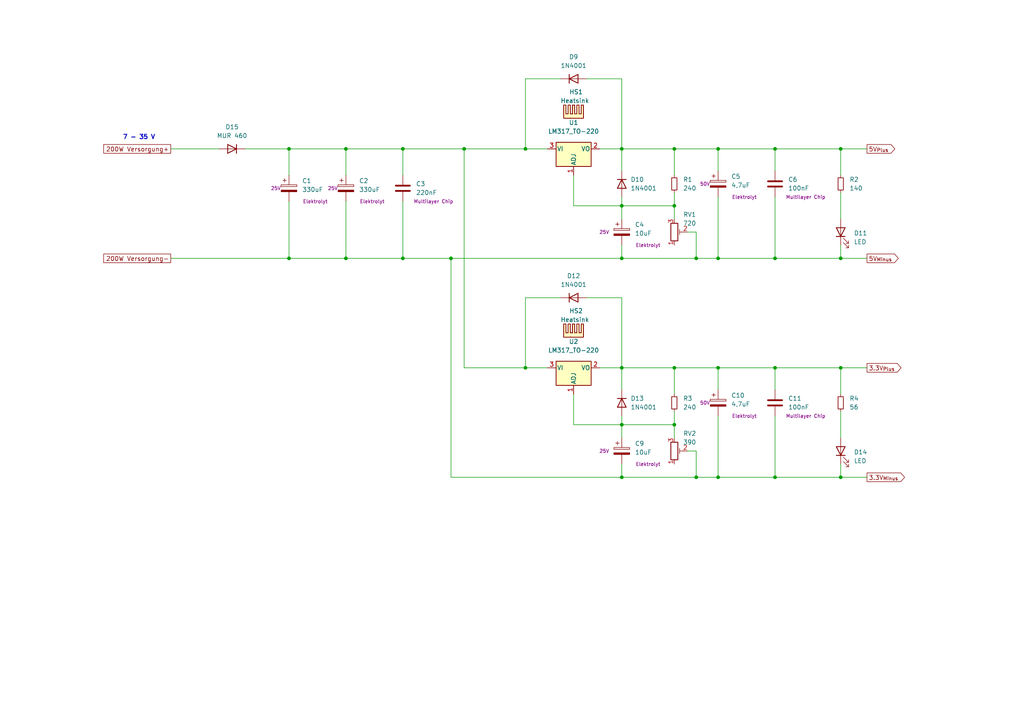
<source format=kicad_sch>
(kicad_sch (version 20230121) (generator eeschema)
  (paper "A4")
  (title_block (title "Versorgung Steuerplatine") (date "2023-06-27") (rev "1.1"))
  (lib_symbols
    (symbol "Device:C" (pin_numbers hide) (pin_names (offset 0.254))
      (property "Reference" "C" (at 0.635 2.54 0))
      (property "Value" "C" (at 0.635 -2.54 0))
      (symbol "C_0_1"
        (polyline (pts (xy -2.032 -0.762) (xy 2.032 -0.762)) (stroke (width 0.508)))
        (polyline (pts (xy -2.032 0.762) (xy 2.032 0.762)) (stroke (width 0.508)))
      )
      (symbol "C_1_1"
        (pin passive line (at 0 3.81 270) (length 2.794) (name "~") (number "1"))
        (pin passive line (at 0 -3.81 90) (length 2.794) (name "~") (number "2"))
      )
    )
    (symbol "Device:C_Polarized" (pin_numbers hide) (pin_names (offset 0.254))
      (property "Reference" "C" (at 0.635 2.54 0))
      (property "Value" "C_Polarized" (at 0.635 -2.54 0))
      (symbol "C_Polarized_0_1"
        (rectangle (start -2.286 0.508) (end 2.286 1.016))
        (polyline (pts (xy -1.778 2.286) (xy -0.762 2.286)))
        (polyline (pts (xy -1.27 2.794) (xy -1.27 1.778)))
        (rectangle (start 2.286 -0.508) (end -2.286 -1.016) (fill (type outline)))
      )
      (symbol "C_Polarized_1_1"
        (pin passive line (at 0 3.81 270) (length 2.794) (name "~") (number "1"))
        (pin passive line (at 0 -3.81 90) (length 2.794) (name "~") (number "2"))
      )
    )
    (symbol "Device:LED" (pin_numbers hide) (pin_names (offset 1.016) hide)
      (property "Reference" "D" (at 0 2.54 0))
      (property "Value" "LED" (at 0 -2.54 0))
      (symbol "LED_0_1"
        (polyline (pts (xy -1.27 -1.27) (xy -1.27 1.27)) (stroke (width 0.254)))
        (polyline (pts (xy -1.27 0) (xy 1.27 0)))
        (polyline (pts (xy 1.27 -1.27) (xy 1.27 1.27) (xy -1.27 0) (xy 1.27 -1.27)) (stroke (width 0.254)))
        (polyline (pts (xy -3.048 -0.762) (xy -4.572 -2.286) (xy -3.81 -2.286) (xy -4.572 -2.286) (xy -4.572 -1.524)))
        (polyline (pts (xy -1.778 -0.762) (xy -3.302 -2.286) (xy -2.54 -2.286) (xy -3.302 -2.286) (xy -3.302 -1.524)))
      )
      (symbol "LED_1_1"
        (pin passive line (at -3.81 0 0) (length 2.54) (name "K") (number "1"))
        (pin passive line (at 3.81 0 180) (length 2.54) (name "A") (number "2"))
      )
    )
    (symbol "Device:R_Potentiometer_Trim" (pin_names (offset 1.016) hide)
      (property "Reference" "RV" (at -4.445 0 90))
      (property "Value" "R_Potentiometer_Trim" (at -2.54 0 90))
      (symbol "R_Potentiometer_Trim_0_1"
        (polyline (pts (xy 1.524 0.762) (xy 1.524 -0.762)))
        (polyline (pts (xy 2.54 0) (xy 1.524 0)))
        (rectangle (start 1.016 2.54) (end -1.016 -2.54) (stroke (width 0.254)))
      )
      (symbol "R_Potentiometer_Trim_1_1"
        (pin passive line (at 0 3.81 270) (length 1.27) (name "1") (number "1"))
        (pin passive line (at 3.81 0 180) (length 1.27) (name "2") (number "2"))
        (pin passive line (at 0 -3.81 90) (length 1.27) (name "3") (number "3"))
      )
    )
    (symbol "Device:R_Small" (pin_numbers hide) (pin_names (offset 0.254) hide)
      (property "Reference" "R" (at 0.762 0.508 0))
      (property "Value" "R_Small" (at 0.762 -1.016 0))
      (symbol "R_Small_0_1"
        (rectangle (start -0.762 1.778) (end 0.762 -1.778) (stroke (width 0.2032)))
      )
      (symbol "R_Small_1_1"
        (pin passive line (at 0 2.54 270) (length 0.762) (name "~") (number "1"))
        (pin passive line (at 0 -2.54 90) (length 0.762) (name "~") (number "2"))
      )
    )
    (symbol "Diode:1N4002" (pin_numbers hide) (pin_names hide)
      (property "Reference" "D" (at 0 2.54 0))
      (property "Value" "1N4002" (at 0 -2.54 0))
      (symbol "1N4002_0_1"
        (polyline (pts (xy -1.27 1.27) (xy -1.27 -1.27)) (stroke (width 0.254)))
        (polyline (pts (xy 1.27 0) (xy -1.27 0)))
        (polyline (pts (xy 1.27 1.27) (xy 1.27 -1.27) (xy -1.27 0) (xy 1.27 1.27)) (stroke (width 0.254)))
      )
      (symbol "1N4002_1_1"
        (pin passive line (at -3.81 0 0) (length 2.54) (name "K") (number "1"))
        (pin passive line (at 3.81 0 180) (length 2.54) (name "A") (number "2"))
      )
    )
    (symbol "Mechanical:Heatsink" (pin_names (offset 1.016))
      (property "Reference" "HS" (at 0 5.08 0))
      (property "Value" "Heatsink" (at 0 -1.27 0))
      (symbol "Heatsink_0_1"
        (polyline (pts (xy -0.3302 1.27) (xy -0.9652 1.27) (xy -0.9652 3.81) (xy -1.6002 3.81) (xy -1.6002 1.27) (xy -2.2352 1.27) (xy -2.2352 3.81) (xy -2.8702 3.81) (xy -2.8702 0) (xy -0.9652 0)) (stroke (width 0.254)) (fill (type background)))
        (polyline (pts (xy -0.3302 1.27) (xy -0.3302 3.81) (xy 0.3048 3.81) (xy 0.3048 1.27) (xy 0.9398 1.27) (xy 0.9398 3.81) (xy 1.5748 3.81) (xy 1.5748 1.27) (xy 2.2098 1.27) (xy 2.2098 3.81) (xy 2.8448 3.81) (xy 2.8448 0) (xy -0.9652 0)) (stroke (width 0.254)) (fill (type background)))
      )
    )
    (symbol "Regulator_Linear:LM317_TO-220" (pin_names (offset 0.254))
      (property "Reference" "U" (at -3.81 3.175 0))
      (property "Value" "LM317_TO-220" (at 0 3.175 0))
      (symbol "LM317_TO-220_0_1"
        (rectangle (start -5.08 1.905) (end 5.08 -5.08) (stroke (width 0.254)) (fill (type background)))
      )
      (symbol "LM317_TO-220_1_1"
        (pin input line (at 0 -7.62 90) (length 2.54) (name "ADJ") (number "1"))
        (pin power_out line (at 7.62 0 180) (length 2.54) (name "VO") (number "2"))
        (pin power_in line (at -7.62 0 0) (length 2.54) (name "VI") (number "3"))
      )
    )
  )
  (junction (at 130.81 74.93))
  (junction (at 243.84 106.68))
  (junction (at 201.93 138.43))
  (junction (at 180.34 74.93))
  (junction (at 224.79 43.18))
  (junction (at 116.84 74.93))
  (junction (at 180.34 43.18))
  (junction (at 83.82 43.18))
  (junction (at 116.84 43.18))
  (junction (at 180.34 123.19))
  (junction (at 208.28 138.43))
  (junction (at 100.33 74.93))
  (junction (at 195.58 43.18))
  (junction (at 195.58 59.69))
  (junction (at 224.79 106.68))
  (junction (at 243.84 43.18))
  (junction (at 180.34 106.68))
  (junction (at 243.84 138.43))
  (junction (at 195.58 106.68))
  (junction (at 208.28 74.93))
  (junction (at 152.4 106.68))
  (junction (at 83.82 74.93))
  (junction (at 180.34 138.43))
  (junction (at 208.28 106.68))
  (junction (at 180.34 59.69))
  (junction (at 201.93 74.93))
  (junction (at 195.58 123.19))
  (junction (at 243.84 74.93))
  (junction (at 208.28 43.18))
  (junction (at 134.62 43.18))
  (junction (at 224.79 74.93))
  (junction (at 224.79 138.43))
  (junction (at 100.33 43.18))
  (junction (at 152.4 43.18))
  (wire (pts (xy 152.4 106.68) (xy 134.62 106.68)))
  (wire (pts (xy 224.79 49.53) (xy 224.79 43.18)))
  (wire (pts (xy 180.34 59.69) (xy 195.58 59.69)))
  (wire (pts (xy 208.28 113.03) (xy 208.28 106.68)))
  (wire (pts (xy 116.84 58.42) (xy 116.84 74.93)))
  (wire (pts (xy 195.58 50.8) (xy 195.58 43.18)))
  (wire (pts (xy 195.58 123.19) (xy 195.58 127)))
  (wire (pts (xy 243.84 50.8) (xy 243.84 43.18)))
  (wire (pts (xy 71.12 43.18) (xy 83.82 43.18)))
  (wire (pts (xy 180.34 57.15) (xy 180.34 59.69)))
  (wire (pts (xy 224.79 113.03) (xy 224.79 106.68)))
  (wire (pts (xy 162.56 22.86) (xy 152.4 22.86)))
  (wire (pts (xy 195.58 119.38) (xy 195.58 123.19)))
  (wire (pts (xy 166.37 59.69) (xy 166.37 50.8)))
  (wire (pts (xy 100.33 43.18) (xy 116.84 43.18)))
  (wire (pts (xy 100.33 58.42) (xy 100.33 74.93)))
  (wire (pts (xy 180.34 123.19) (xy 166.37 123.19)))
  (wire (pts (xy 170.18 22.86) (xy 180.34 22.86)))
  (wire (pts (xy 170.18 86.36) (xy 180.34 86.36)))
  (wire (pts (xy 166.37 123.19) (xy 166.37 114.3)))
  (wire (pts (xy 201.93 67.31) (xy 201.93 74.93)))
  (wire (pts (xy 195.58 55.88) (xy 195.58 59.69)))
  (wire (pts (xy 199.39 67.31) (xy 201.93 67.31)))
  (wire (pts (xy 180.34 123.19) (xy 195.58 123.19)))
  (wire (pts (xy 243.84 43.18) (xy 224.79 43.18)))
  (wire (pts (xy 208.28 49.53) (xy 208.28 43.18)))
  (wire (pts (xy 224.79 138.43) (xy 208.28 138.43)))
  (wire (pts (xy 100.33 43.18) (xy 100.33 50.8)))
  (wire (pts (xy 162.56 86.36) (xy 152.4 86.36)))
  (wire (pts (xy 208.28 120.65) (xy 208.28 138.43)))
  (wire (pts (xy 195.58 59.69) (xy 195.58 63.5)))
  (wire (pts (xy 130.81 138.43) (xy 180.34 138.43)))
  (wire (pts (xy 83.82 58.42) (xy 83.82 74.93)))
  (wire (pts (xy 83.82 43.18) (xy 100.33 43.18)))
  (wire (pts (xy 134.62 43.18) (xy 152.4 43.18)))
  (wire (pts (xy 158.75 106.68) (xy 152.4 106.68)))
  (wire (pts (xy 201.93 138.43) (xy 208.28 138.43)))
  (wire (pts (xy 49.53 43.18) (xy 63.5 43.18)))
  (wire (pts (xy 180.34 63.5) (xy 180.34 59.69)))
  (wire (pts (xy 243.84 74.93) (xy 251.46 74.93)))
  (wire (pts (xy 180.34 86.36) (xy 180.34 106.68)))
  (wire (pts (xy 116.84 43.18) (xy 134.62 43.18)))
  (wire (pts (xy 49.53 74.93) (xy 83.82 74.93)))
  (wire (pts (xy 158.75 43.18) (xy 152.4 43.18)))
  (wire (pts (xy 243.84 138.43) (xy 224.79 138.43)))
  (wire (pts (xy 180.34 49.53) (xy 180.34 43.18)))
  (wire (pts (xy 243.84 55.88) (xy 243.84 63.5)))
  (wire (pts (xy 180.34 71.12) (xy 180.34 74.93)))
  (wire (pts (xy 180.34 59.69) (xy 166.37 59.69)))
  (wire (pts (xy 224.79 106.68) (xy 208.28 106.68)))
  (wire (pts (xy 195.58 114.3) (xy 195.58 106.68)))
  (wire (pts (xy 180.34 138.43) (xy 201.93 138.43)))
  (wire (pts (xy 201.93 130.81) (xy 201.93 138.43)))
  (wire (pts (xy 195.58 106.68) (xy 180.34 106.68)))
  (wire (pts (xy 243.84 138.43) (xy 251.46 138.43)))
  (wire (pts (xy 83.82 43.18) (xy 83.82 50.8)))
  (wire (pts (xy 134.62 106.68) (xy 134.62 43.18)))
  (wire (pts (xy 208.28 57.15) (xy 208.28 74.93)))
  (wire (pts (xy 180.34 43.18) (xy 173.99 43.18)))
  (wire (pts (xy 224.79 57.15) (xy 224.79 74.93)))
  (wire (pts (xy 180.34 134.62) (xy 180.34 138.43)))
  (wire (pts (xy 152.4 86.36) (xy 152.4 106.68)))
  (wire (pts (xy 180.34 74.93) (xy 201.93 74.93)))
  (wire (pts (xy 116.84 43.18) (xy 116.84 50.8)))
  (wire (pts (xy 199.39 130.81) (xy 201.93 130.81)))
  (wire (pts (xy 180.34 127) (xy 180.34 123.19)))
  (wire (pts (xy 243.84 74.93) (xy 224.79 74.93)))
  (wire (pts (xy 180.34 106.68) (xy 173.99 106.68)))
  (wire (pts (xy 201.93 74.93) (xy 208.28 74.93)))
  (wire (pts (xy 208.28 43.18) (xy 195.58 43.18)))
  (wire (pts (xy 83.82 74.93) (xy 100.33 74.93)))
  (wire (pts (xy 224.79 74.93) (xy 208.28 74.93)))
  (wire (pts (xy 243.84 134.62) (xy 243.84 138.43)))
  (wire (pts (xy 243.84 71.12) (xy 243.84 74.93)))
  (wire (pts (xy 130.81 74.93) (xy 130.81 138.43)))
  (wire (pts (xy 152.4 22.86) (xy 152.4 43.18)))
  (wire (pts (xy 224.79 43.18) (xy 208.28 43.18)))
  (wire (pts (xy 208.28 106.68) (xy 195.58 106.68)))
  (wire (pts (xy 243.84 43.18) (xy 251.46 43.18)))
  (wire (pts (xy 243.84 119.38) (xy 243.84 127)))
  (wire (pts (xy 243.84 114.3) (xy 243.84 106.68)))
  (wire (pts (xy 180.34 113.03) (xy 180.34 106.68)))
  (wire (pts (xy 243.84 106.68) (xy 224.79 106.68)))
  (wire (pts (xy 116.84 74.93) (xy 130.81 74.93)))
  (wire (pts (xy 224.79 120.65) (xy 224.79 138.43)))
  (wire (pts (xy 243.84 106.68) (xy 251.46 106.68)))
  (wire (pts (xy 100.33 74.93) (xy 116.84 74.93)))
  (wire (pts (xy 195.58 43.18) (xy 180.34 43.18)))
  (wire (pts (xy 130.81 74.93) (xy 180.34 74.93)))
  (wire (pts (xy 180.34 22.86) (xy 180.34 43.18)))
  (wire (pts (xy 180.34 120.65) (xy 180.34 123.19)))
  (text "7 - 35 V" (at 35.56 40.64 0) (effects (font (size 1.27 1.27) bold) (justify left bottom)))
  (global_label "5V_{Plus}" (shape output) (at 251.46 43.18 0) (property "Intersheetrefs" "${INTERSHEET_REFS}" (at 259.4611 43.1006 0) (effects (justify left))))
  (global_label "5V_{Minus}" (shape output) (at 251.46 74.93 0) (property "Intersheetrefs" "${INTERSHEET_REFS}" (at 260.4771 74.8506 0) (effects (justify left))))
  (global_label "200W Versorgung-" (shape passive) (at 49.53 74.93 180) (property "Intersheetrefs" "${INTERSHEET_REFS}" (at 49.53 74.93 0)) (property "Referenzen zwischen Schaltplänen" "${INTERSHEET_REFS}" (effects hide)))
  (global_label "3.3V_{Plus}" (shape output) (at 251.46 106.68 0) (property "Intersheetrefs" "${INTERSHEET_REFS}" (at 261.2754 106.6006 0) (effects (justify left))))
  (global_label "3.3V_{Minus}" (shape output) (at 251.46 138.43 0) (property "Intersheetrefs" "${INTERSHEET_REFS}" (at 262.2914 138.3506 0) (effects (justify left))))
  (global_label "200W Versorgung+" (shape passive) (at 49.53 43.18 180) (property "Intersheetrefs" "${INTERSHEET_REFS}" (at 49.53 43.18 0)) (property "Referenzen zwischen Schaltplänen" "${INTERSHEET_REFS}" (effects hide)))
  (symbol (lib_id "Device:C_Polarized") (at 83.82 54.61 0) (unit 1)
    (property "Reference" "C1" (at 87.63 52.4509 0) (effects (justify left)))
    (property "Value" "330uF" (at 87.63 54.9909 0) (effects (justify left)))
    (property "Material" "Elektrolyt" (at 91.44 58.42 0) (effects (font (size 1 1))))
    (property "Spannung" "25V" (at 80.01 54.61 0) (effects (font (size 1 1))))
  )
  (symbol (lib_id "Regulator_Linear:LM317_TO-220") (at 166.37 106.68 0) (unit 1)
    (property "Reference" "U2" (at 166.37 99.06 0))
    (property "Value" "LM317_TO-220" (at 166.37 101.6 0))
    (property "Footprint" "Package_TO_SOT_THT:TO-220-3_Vertical" (effects hide))
    (property "Datasheet" "http://www.ti.com/lit/ds/symlink/lm317.pdf" (effects hide))
    (property "PinOut" "https://nerdytechy.com/lm317t-pinout/" (effects hide))
  )
  (symbol (lib_id "Device:R_Potentiometer_Trim") (at 195.58 67.31 0) (mirror x) (unit 1)
    (property "Reference" "RV1" (at 201.93 62.23 0) (effects (justify right)))
    (property "Value" "720" (at 201.93 64.77 0) (effects (justify right)))
  )
  (symbol (lib_id "Device:C") (at 224.79 53.34 0) (unit 1)
    (property "Reference" "C6" (at 228.6 52.0699 0) (effects (justify left)))
    (property "Value" "100nF" (at 228.6 54.6099 0) (effects (justify left)))
    (property "Material" "Multilayer Chip" (at 233.68 57.15 0) (effects (font (size 1 1))))
  )
  (symbol (lib_id "Diode:1N4002") (at 166.37 22.86 0) (unit 1)
    (property "Reference" "D9" (at 166.37 16.51 0))
    (property "Value" "1N4001" (at 166.37 19.05 0))
    (property "Footprint" "Diode_THT:D_DO-41_SOD81_P10.16mm_Horizontal" (effects hide))
    (property "Datasheet" "http://www.vishay.com/docs/88503/1n4001.pdf" (effects hide))
  )
  (symbol (lib_id "Mechanical:Heatsink") (at 166.37 97.79 0) (unit 1)
    (property "Reference" "HS2" (at 165.1 90.17 0) (effects (justify left)))
    (property "Value" "Heatsink" (at 162.56 92.71 0) (effects (justify left)))
  )
  (symbol (lib_id "Device:C_Polarized") (at 208.28 53.34 0) (unit 1)
    (property "Reference" "C5" (at 212.09 51.1809 0) (effects (justify left)))
    (property "Value" "4,7uF" (at 212.09 53.7209 0) (effects (justify left)))
    (property "Material" "Elektrolyt" (at 215.9 57.15 0) (effects (font (size 1 1))))
    (property "Spannung" "50V" (at 204.47 53.34 0) (effects (font (size 1 1))))
  )
  (symbol (lib_id "Device:C_Polarized") (at 180.34 130.81 0) (unit 1)
    (property "Reference" "C9" (at 184.15 128.6509 0) (effects (justify left)))
    (property "Value" "10uF" (at 184.15 131.1909 0) (effects (justify left)))
    (property "Material" "Elektrolyt" (at 187.96 134.62 0) (effects (font (size 1 1))))
    (property "Spannung" "25V" (at 175.26 130.81 0) (effects (font (size 1 1))))
  )
  (symbol (lib_id "Device:R_Small") (at 195.58 53.34 0) (unit 1)
    (property "Reference" "R1" (at 198.12 52.07 0) (effects (justify left)))
    (property "Value" "240" (at 198.12 54.6099 0) (effects (justify left)))
  )
  (symbol (lib_id "Mechanical:Heatsink") (at 166.37 34.29 0) (unit 1)
    (property "Reference" "HS1" (at 165.1 26.67 0) (effects (justify left)))
    (property "Value" "Heatsink" (at 162.56 29.21 0) (effects (justify left)))
  )
  (symbol (lib_id "Device:C_Polarized") (at 180.34 67.31 0) (unit 1)
    (property "Reference" "C4" (at 184.15 65.1509 0) (effects (justify left)))
    (property "Value" "10uF" (at 184.15 67.6909 0) (effects (justify left)))
    (property "Material" "Elektrolyt" (at 187.96 71.12 0) (effects (font (size 1 1))))
    (property "Spannung" "25V" (at 175.26 67.31 0) (effects (font (size 1 1))))
  )
  (symbol (lib_id "Regulator_Linear:LM317_TO-220") (at 166.37 43.18 0) (unit 1)
    (property "Reference" "U1" (at 166.37 35.56 0))
    (property "Value" "LM317_TO-220" (at 166.37 38.1 0))
    (property "Footprint" "Package_TO_SOT_THT:TO-220-3_Vertical" (effects hide))
    (property "Datasheet" "http://www.ti.com/lit/ds/symlink/lm317.pdf" (effects hide))
    (property "PinOut" "https://nerdytechy.com/lm317t-pinout/" (effects hide))
  )
  (symbol (lib_id "Device:C_Polarized") (at 208.28 116.84 0) (unit 1)
    (property "Reference" "C10" (at 212.09 114.6809 0) (effects (justify left)))
    (property "Value" "4,7uF" (at 212.09 117.2209 0) (effects (justify left)))
    (property "Material" "Elektrolyt" (at 215.9 120.65 0) (effects (font (size 1 1))))
    (property "Spannung" "50V" (at 204.47 116.84 0) (effects (font (size 1 1))))
  )
  (symbol (lib_id "Diode:1N4002") (at 180.34 53.34 270) (unit 1)
    (property "Reference" "D10" (at 182.88 52.0699 90) (effects (justify left)))
    (property "Value" "1N4001" (at 182.88 54.6099 90) (effects (justify left)))
    (property "Footprint" "Diode_THT:D_DO-41_SOD81_P10.16mm_Horizontal" (effects hide))
    (property "Datasheet" "http://www.vishay.com/docs/88503/1n4001.pdf" (effects hide))
  )
  (symbol (lib_id "Diode:1N4002") (at 166.37 86.36 0) (unit 1)
    (property "Reference" "D12" (at 166.37 80.01 0))
    (property "Value" "1N4001" (at 166.37 82.55 0))
    (property "Footprint" "Diode_THT:D_DO-41_SOD81_P10.16mm_Horizontal" (effects hide))
    (property "Datasheet" "http://www.vishay.com/docs/88503/1n4001.pdf" (effects hide))
  )
  (symbol (lib_id "Device:LED") (at 243.84 67.31 90) (unit 1)
    (property "Reference" "D11" (at 247.65 67.6274 90) (effects (justify right)))
    (property "Value" "LED" (at 247.65 70.1674 90) (effects (justify right)))
    (property "Datasheet" "https://www.reichelt.de/led-3-mm-bedrahtet-gelb-3-2-mcd-60--led-3mm-2ma-ge-p21628.html" (effects hide))
  )
  (symbol (lib_id "Device:C") (at 224.79 116.84 0) (unit 1)
    (property "Reference" "C11" (at 228.6 115.5699 0) (effects (justify left)))
    (property "Value" "100nF" (at 228.6 118.1099 0) (effects (justify left)))
    (property "Material" "Multilayer Chip" (at 233.68 120.65 0) (effects (font (size 1 1))))
  )
  (symbol (lib_id "Device:R_Small") (at 243.84 53.34 0) (unit 1)
    (property "Reference" "R2" (at 246.38 52.07 0) (effects (justify left)))
    (property "Value" "140" (at 246.38 54.6099 0) (effects (justify left)))
  )
  (symbol (lib_id "Diode:1N4002") (at 67.31 43.18 180) (unit 1)
    (property "Reference" "D15" (at 67.31 36.83 0))
    (property "Value" "MUR 460" (at 67.31 39.37 0))
    (property "Footprint" "Diode_THT:D_DO-41_SOD81_P10.16mm_Horizontal" (effects hide))
    (property "Datasheet" "http://www.vishay.com/docs/88503/1n4001.pdf" (effects hide))
  )
  (symbol (lib_id "Device:C_Polarized") (at 100.33 54.61 0) (unit 1)
    (property "Reference" "C2" (at 104.14 52.4509 0) (effects (justify left)))
    (property "Value" "330uF" (at 104.14 54.9909 0) (effects (justify left)))
    (property "Material" "Elektrolyt" (at 107.95 58.42 0) (effects (font (size 1 1))))
    (property "Spannung" "25V" (at 96.52 54.61 0) (effects (font (size 1 1))))
  )
  (symbol (lib_id "Device:R_Small") (at 195.58 116.84 0) (unit 1)
    (property "Reference" "R3" (at 198.12 115.57 0) (effects (justify left)))
    (property "Value" "240" (at 198.12 118.1099 0) (effects (justify left)))
  )
  (symbol (lib_id "Device:R_Potentiometer_Trim") (at 195.58 130.81 0) (mirror x) (unit 1)
    (property "Reference" "RV2" (at 201.93 125.73 0) (effects (justify right)))
    (property "Value" "390" (at 201.93 128.27 0) (effects (justify right)))
  )
  (symbol (lib_id "Device:R_Small") (at 243.84 116.84 0) (unit 1)
    (property "Reference" "R4" (at 246.38 115.57 0) (effects (justify left)))
    (property "Value" "56" (at 246.38 118.1099 0) (effects (justify left)))
  )
  (symbol (lib_id "Device:LED") (at 243.84 130.81 90) (unit 1)
    (property "Reference" "D14" (at 247.65 131.1274 90) (effects (justify right)))
    (property "Value" "LED" (at 247.65 133.6674 90) (effects (justify right)))
    (property "Datasheet" "https://www.reichelt.de/led-3-mm-bedrahtet-gelb-3-2-mcd-60--led-3mm-2ma-ge-p21628.html" (effects hide))
  )
  (symbol (lib_id "Diode:1N4002") (at 180.34 116.84 270) (unit 1)
    (property "Reference" "D13" (at 182.88 115.5699 90) (effects (justify left)))
    (property "Value" "1N4001" (at 182.88 118.1099 90) (effects (justify left)))
    (property "Footprint" "Diode_THT:D_DO-41_SOD81_P10.16mm_Horizontal" (effects hide))
    (property "Datasheet" "http://www.vishay.com/docs/88503/1n4001.pdf" (effects hide))
  )
  (symbol (lib_id "Device:C") (at 116.84 54.61 0) (unit 1)
    (property "Reference" "C3" (at 120.65 53.3399 0) (effects (justify left)))
    (property "Value" "220nF" (at 120.65 55.8799 0) (effects (justify left)))
    (property "Material" "Multilayer Chip" (at 125.73 58.42 0) (effects (font (size 1 1))))
  )
)
</source>
